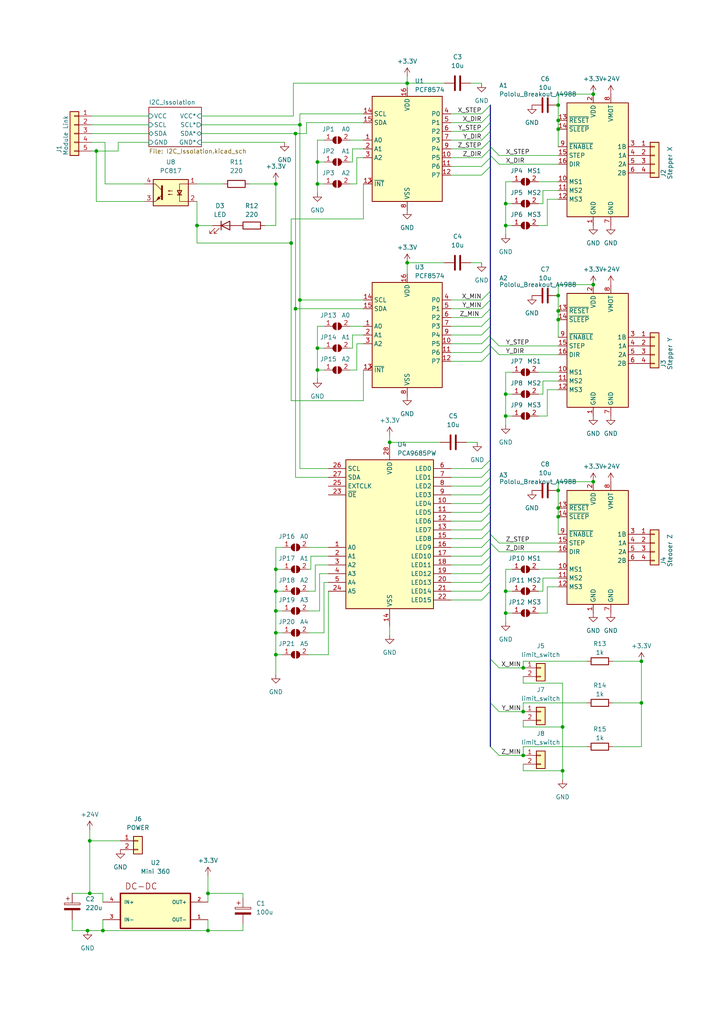
<source format=kicad_sch>
(kicad_sch (version 20230121) (generator eeschema)
  (paper "A4" portrait)
  (lib_symbols
    (symbol "Connector_Generic:Conn_01x02" (pin_names (offset 1.016) hide)
      (property "Reference" "J" (at 0 2.54 0))
      (property "Value" "Conn_01x02" (at 0 -5.08 0))
      (symbol "Conn_01x02_1_1"
        (rectangle (start -1.27 -2.413) (end 0 -2.667) (stroke (width 0.1524)))
        (rectangle (start -1.27 0.127) (end 0 -0.127) (stroke (width 0.1524)))
        (rectangle (start -1.27 1.27) (end 1.27 -3.81) (stroke (width 0.254)) (fill (type background)))
        (pin passive line (at -5.08 0 0) (length 3.81) (name "Pin_1") (number "1"))
        (pin passive line (at -5.08 -2.54 0) (length 3.81) (name "Pin_2") (number "2"))
      )
    )
    (symbol "Connector_Generic:Conn_01x04" (pin_names (offset 1.016) hide)
      (property "Reference" "J" (at 0 5.08 0))
      (property "Value" "Conn_01x04" (at 0 -7.62 0))
      (symbol "Conn_01x04_1_1"
        (rectangle (start -1.27 -4.953) (end 0 -5.207) (stroke (width 0.1524)))
        (rectangle (start -1.27 -2.413) (end 0 -2.667) (stroke (width 0.1524)))
        (rectangle (start -1.27 0.127) (end 0 -0.127) (stroke (width 0.1524)))
        (rectangle (start -1.27 2.667) (end 0 2.413) (stroke (width 0.1524)))
        (rectangle (start -1.27 3.81) (end 1.27 -6.35) (stroke (width 0.254)) (fill (type background)))
        (pin passive line (at -5.08 2.54 0) (length 3.81) (name "Pin_1") (number "1"))
        (pin passive line (at -5.08 0 0) (length 3.81) (name "Pin_2") (number "2"))
        (pin passive line (at -5.08 -2.54 0) (length 3.81) (name "Pin_3") (number "3"))
        (pin passive line (at -5.08 -5.08 0) (length 3.81) (name "Pin_4") (number "4"))
      )
    )
    (symbol "Connector_Generic:Conn_01x05" (pin_names (offset 1.016) hide)
      (property "Reference" "J" (at 0 7.62 0))
      (property "Value" "Conn_01x05" (at 0 -7.62 0))
      (symbol "Conn_01x05_1_1"
        (rectangle (start -1.27 -4.953) (end 0 -5.207) (stroke (width 0.1524)))
        (rectangle (start -1.27 -2.413) (end 0 -2.667) (stroke (width 0.1524)))
        (rectangle (start -1.27 0.127) (end 0 -0.127) (stroke (width 0.1524)))
        (rectangle (start -1.27 2.667) (end 0 2.413) (stroke (width 0.1524)))
        (rectangle (start -1.27 5.207) (end 0 4.953) (stroke (width 0.1524)))
        (rectangle (start -1.27 6.35) (end 1.27 -6.35) (stroke (width 0.254)) (fill (type background)))
        (pin passive line (at -5.08 5.08 0) (length 3.81) (name "Pin_1") (number "1"))
        (pin passive line (at -5.08 2.54 0) (length 3.81) (name "Pin_2") (number "2"))
        (pin passive line (at -5.08 0 0) (length 3.81) (name "Pin_3") (number "3"))
        (pin passive line (at -5.08 -2.54 0) (length 3.81) (name "Pin_4") (number "4"))
        (pin passive line (at -5.08 -5.08 0) (length 3.81) (name "Pin_5") (number "5"))
      )
    )
    (symbol "DC-DC_CONV:DC-DC_CONV" (pin_names (offset 1.016))
      (property "Reference" "U" (at 0 0 0))
      (property "Value" "DC-DC_CONV" (at 0 0 0))
      (symbol "DC-DC_CONV_0_0"
        (rectangle (start -10.16 -5.08) (end 10.16 5.08) (stroke (width 0.4064)) (fill (type background)))
        (text "DC-DC" (at -8.89 6.096 0) (effects (font (size 1.778 1.778)) (justify left bottom)))
        (pin bidirectional line (at 15.24 -2.54 180) (length 5.08) (name "OUT-") (number "1"))
        (pin bidirectional line (at 15.24 2.54 180) (length 5.08) (name "OUT+") (number "2"))
        (pin bidirectional line (at -15.24 -2.54 0) (length 5.08) (name "IN-") (number "3"))
        (pin bidirectional line (at -15.24 2.54 0) (length 5.08) (name "IN+") (number "4"))
      )
    )
    (symbol "Device:C" (pin_numbers hide) (pin_names (offset 0.254))
      (property "Reference" "C" (at 0.635 2.54 0))
      (property "Value" "C" (at 0.635 -2.54 0))
      (symbol "C_0_1"
        (polyline (pts (xy -2.032 -0.762) (xy 2.032 -0.762)) (stroke (width 0.508)))
        (polyline (pts (xy -2.032 0.762) (xy 2.032 0.762)) (stroke (width 0.508)))
      )
      (symbol "C_1_1"
        (pin passive line (at 0 3.81 270) (length 2.794) (name "~") (number "1"))
        (pin passive line (at 0 -3.81 90) (length 2.794) (name "~") (number "2"))
      )
    )
    (symbol "Device:C_Polarized" (pin_numbers hide) (pin_names (offset 0.254))
      (property "Reference" "C" (at 0.635 2.54 0))
      (property "Value" "C_Polarized" (at 0.635 -2.54 0))
      (symbol "C_Polarized_0_1"
        (rectangle (start -2.286 0.508) (end 2.286 1.016))
        (polyline (pts (xy -1.778 2.286) (xy -0.762 2.286)))
        (polyline (pts (xy -1.27 2.794) (xy -1.27 1.778)))
        (rectangle (start 2.286 -0.508) (end -2.286 -1.016) (fill (type outline)))
      )
      (symbol "C_Polarized_1_1"
        (pin passive line (at 0 3.81 270) (length 2.794) (name "~") (number "1"))
        (pin passive line (at 0 -3.81 90) (length 2.794) (name "~") (number "2"))
      )
    )
    (symbol "Device:LED" (pin_numbers hide) (pin_names (offset 1.016) hide)
      (property "Reference" "D" (at 0 2.54 0))
      (property "Value" "LED" (at 0 -2.54 0))
      (symbol "LED_0_1"
        (polyline (pts (xy -1.27 -1.27) (xy -1.27 1.27)) (stroke (width 0.254)))
        (polyline (pts (xy -1.27 0) (xy 1.27 0)))
        (polyline (pts (xy 1.27 -1.27) (xy 1.27 1.27) (xy -1.27 0) (xy 1.27 -1.27)) (stroke (width 0.254)))
        (polyline (pts (xy -3.048 -0.762) (xy -4.572 -2.286) (xy -3.81 -2.286) (xy -4.572 -2.286) (xy -4.572 -1.524)))
        (polyline (pts (xy -1.778 -0.762) (xy -3.302 -2.286) (xy -2.54 -2.286) (xy -3.302 -2.286) (xy -3.302 -1.524)))
      )
      (symbol "LED_1_1"
        (pin passive line (at -3.81 0 0) (length 2.54) (name "K") (number "1"))
        (pin passive line (at 3.81 0 180) (length 2.54) (name "A") (number "2"))
      )
    )
    (symbol "Device:R" (pin_numbers hide) (pin_names (offset 0))
      (property "Reference" "R" (at 2.032 0 90))
      (property "Value" "R" (at 0 0 90))
      (symbol "R_0_1"
        (rectangle (start -1.016 -2.54) (end 1.016 2.54) (stroke (width 0.254)))
      )
      (symbol "R_1_1"
        (pin passive line (at 0 3.81 270) (length 1.27) (name "~") (number "1"))
        (pin passive line (at 0 -3.81 90) (length 1.27) (name "~") (number "2"))
      )
    )
    (symbol "Driver_LED:PCA9685PW"
      (property "Reference" "U" (at -12.7 22.225 0))
      (property "Value" "PCA9685PW" (at 1.27 22.225 0))
      (symbol "PCA9685PW_0_1"
        (rectangle (start -12.7 20.32) (end 12.7 -22.86) (stroke (width 0.254)) (fill (type background)))
      )
      (symbol "PCA9685PW_1_1"
        (pin input line (at -17.78 -5.08 0) (length 5.08) (name "A0") (number "1"))
        (pin output line (at 17.78 7.62 180) (length 5.08) (name "LED4") (number "10"))
        (pin output line (at 17.78 5.08 180) (length 5.08) (name "LED5") (number "11"))
        (pin output line (at 17.78 2.54 180) (length 5.08) (name "LED6") (number "12"))
        (pin output line (at 17.78 0 180) (length 5.08) (name "LED7") (number "13"))
        (pin power_in line (at 0 -27.94 90) (length 5.08) (name "VSS") (number "14"))
        (pin output line (at 17.78 -2.54 180) (length 5.08) (name "LED8") (number "15"))
        (pin output line (at 17.78 -5.08 180) (length 5.08) (name "LED9") (number "16"))
        (pin output line (at 17.78 -7.62 180) (length 5.08) (name "LED10") (number "17"))
        (pin output line (at 17.78 -10.16 180) (length 5.08) (name "LED11") (number "18"))
        (pin output line (at 17.78 -12.7 180) (length 5.08) (name "LED12") (number "19"))
        (pin input line (at -17.78 -7.62 0) (length 5.08) (name "A1") (number "2"))
        (pin output line (at 17.78 -15.24 180) (length 5.08) (name "LED13") (number "20"))
        (pin output line (at 17.78 -17.78 180) (length 5.08) (name "LED14") (number "21"))
        (pin output line (at 17.78 -20.32 180) (length 5.08) (name "LED15") (number "22"))
        (pin input line (at -17.78 10.16 0) (length 5.08) (name "~{OE}") (number "23"))
        (pin input line (at -17.78 -17.78 0) (length 5.08) (name "A5") (number "24"))
        (pin input line (at -17.78 12.7 0) (length 5.08) (name "EXTCLK") (number "25"))
        (pin input line (at -17.78 17.78 0) (length 5.08) (name "SCL") (number "26"))
        (pin bidirectional line (at -17.78 15.24 0) (length 5.08) (name "SDA") (number "27"))
        (pin power_in line (at 0 25.4 270) (length 5.08) (name "VDD") (number "28"))
        (pin input line (at -17.78 -10.16 0) (length 5.08) (name "A2") (number "3"))
        (pin input line (at -17.78 -12.7 0) (length 5.08) (name "A3") (number "4"))
        (pin input line (at -17.78 -15.24 0) (length 5.08) (name "A4") (number "5"))
        (pin output line (at 17.78 17.78 180) (length 5.08) (name "LED0") (number "6"))
        (pin output line (at 17.78 15.24 180) (length 5.08) (name "LED1") (number "7"))
        (pin output line (at 17.78 12.7 180) (length 5.08) (name "LED2") (number "8"))
        (pin output line (at 17.78 10.16 180) (length 5.08) (name "LED3") (number "9"))
      )
    )
    (symbol "Driver_Motor:Pololu_Breakout_A4988"
      (property "Reference" "A" (at -2.54 19.05 0))
      (property "Value" "Pololu_Breakout_A4988" (at -2.54 16.51 0))
      (symbol "Pololu_Breakout_A4988_0_1"
        (rectangle (start 10.16 -17.78) (end -7.62 15.24) (stroke (width 0.254)) (fill (type background)))
      )
      (symbol "Pololu_Breakout_A4988_1_1"
        (pin power_in line (at 0 -20.32 90) (length 2.54) (name "GND") (number "1"))
        (pin input line (at -10.16 -7.62 0) (length 2.54) (name "MS1") (number "10"))
        (pin input line (at -10.16 -10.16 0) (length 2.54) (name "MS2") (number "11"))
        (pin input line (at -10.16 -12.7 0) (length 2.54) (name "MS3") (number "12"))
        (pin input line (at -10.16 10.16 0) (length 2.54) (name "~{RESET}") (number "13"))
        (pin input line (at -10.16 7.62 0) (length 2.54) (name "~{SLEEP}") (number "14"))
        (pin input line (at -10.16 0 0) (length 2.54) (name "STEP") (number "15"))
        (pin input line (at -10.16 -2.54 0) (length 2.54) (name "DIR") (number "16"))
        (pin power_in line (at 0 17.78 270) (length 2.54) (name "VDD") (number "2"))
        (pin output line (at 12.7 2.54 180) (length 2.54) (name "1B") (number "3"))
        (pin output line (at 12.7 0 180) (length 2.54) (name "1A") (number "4"))
        (pin output line (at 12.7 -2.54 180) (length 2.54) (name "2A") (number "5"))
        (pin output line (at 12.7 -5.08 180) (length 2.54) (name "2B") (number "6"))
        (pin power_in line (at 5.08 -20.32 90) (length 2.54) (name "GND") (number "7"))
        (pin power_in line (at 5.08 17.78 270) (length 2.54) (name "VMOT") (number "8"))
        (pin input line (at -10.16 2.54 0) (length 2.54) (name "~{ENABLE}") (number "9"))
      )
    )
    (symbol "Interface_Expansion:PCF8574"
      (property "Reference" "U" (at -8.89 16.51 0))
      (property "Value" "PCF8574" (at 2.54 16.51 0))
      (symbol "PCF8574_0_1"
        (rectangle (start -10.16 15.24) (end 10.16 -15.24) (stroke (width 0.254)) (fill (type background)))
      )
      (symbol "PCF8574_1_1"
        (pin input line (at -12.7 2.54 0) (length 2.54) (name "A0") (number "1"))
        (pin bidirectional line (at 12.7 -2.54 180) (length 2.54) (name "P5") (number "10"))
        (pin bidirectional line (at 12.7 -5.08 180) (length 2.54) (name "P6") (number "11"))
        (pin bidirectional line (at 12.7 -7.62 180) (length 2.54) (name "P7") (number "12"))
        (pin open_collector output_low (at -12.7 -10.16 0) (length 2.54) (name "~{INT}") (number "13"))
        (pin input line (at -12.7 10.16 0) (length 2.54) (name "SCL") (number "14"))
        (pin bidirectional line (at -12.7 7.62 0) (length 2.54) (name "SDA") (number "15"))
        (pin power_in line (at 0 17.78 270) (length 2.54) (name "VDD") (number "16"))
        (pin input line (at -12.7 0 0) (length 2.54) (name "A1") (number "2"))
        (pin input line (at -12.7 -2.54 0) (length 2.54) (name "A2") (number "3"))
        (pin bidirectional line (at 12.7 10.16 180) (length 2.54) (name "P0") (number "4"))
        (pin bidirectional line (at 12.7 7.62 180) (length 2.54) (name "P1") (number "5"))
        (pin bidirectional line (at 12.7 5.08 180) (length 2.54) (name "P2") (number "6"))
        (pin bidirectional line (at 12.7 2.54 180) (length 2.54) (name "P3") (number "7"))
        (pin power_in line (at 0 -17.78 90) (length 2.54) (name "VSS") (number "8"))
        (pin bidirectional line (at 12.7 0 180) (length 2.54) (name "P4") (number "9"))
      )
    )
    (symbol "Isolator:PC817" (pin_names (offset 1.016))
      (property "Reference" "U" (at -5.08 5.08 0))
      (property "Value" "PC817" (at 0 5.08 0))
      (symbol "PC817_0_1"
        (rectangle (start -5.08 3.81) (end 5.08 -3.81) (stroke (width 0.254)) (fill (type background)))
        (polyline (pts (xy -3.175 -0.635) (xy -1.905 -0.635)) (stroke (width 0.254)))
        (polyline (pts (xy 2.54 0.635) (xy 4.445 2.54)))
        (polyline (pts (xy 4.445 -2.54) (xy 2.54 -0.635)) (fill (type outline)))
        (polyline (pts (xy 4.445 -2.54) (xy 5.08 -2.54)))
        (polyline (pts (xy 4.445 2.54) (xy 5.08 2.54)))
        (polyline (pts (xy -5.08 2.54) (xy -2.54 2.54) (xy -2.54 -0.635)))
        (polyline (pts (xy -2.54 -0.635) (xy -2.54 -2.54) (xy -5.08 -2.54)))
        (polyline (pts (xy 2.54 1.905) (xy 2.54 -1.905) (xy 2.54 -1.905)) (stroke (width 0.508)))
        (polyline (pts (xy -2.54 -0.635) (xy -3.175 0.635) (xy -1.905 0.635) (xy -2.54 -0.635)) (stroke (width 0.254)))
        (polyline (pts (xy -0.508 -0.508) (xy 0.762 -0.508) (xy 0.381 -0.635) (xy 0.381 -0.381) (xy 0.762 -0.508)))
        (polyline (pts (xy -0.508 0.508) (xy 0.762 0.508) (xy 0.381 0.381) (xy 0.381 0.635) (xy 0.762 0.508)))
        (polyline (pts (xy 3.048 -1.651) (xy 3.556 -1.143) (xy 4.064 -2.159) (xy 3.048 -1.651) (xy 3.048 -1.651)) (fill (type outline)))
      )
      (symbol "PC817_1_1"
        (pin passive line (at -7.62 2.54 0) (length 2.54) (name "~") (number "1"))
        (pin passive line (at -7.62 -2.54 0) (length 2.54) (name "~") (number "2"))
        (pin passive line (at 7.62 -2.54 180) (length 2.54) (name "~") (number "3"))
        (pin passive line (at 7.62 2.54 180) (length 2.54) (name "~") (number "4"))
      )
    )
    (symbol "Jumper:SolderJumper_2_Open" (pin_names (offset 0) hide)
      (property "Reference" "JP" (at 0 2.032 0))
      (property "Value" "SolderJumper_2_Open" (at 0 -2.54 0))
      (symbol "SolderJumper_2_Open_0_1"
        (arc (start -0.254 1.016) (mid -1.2656 0) (end -0.254 -1.016))
        (arc (start -0.254 1.016) (mid -1.2656 0) (end -0.254 -1.016) (fill (type outline)))
        (polyline (pts (xy -0.254 1.016) (xy -0.254 -1.016)))
        (polyline (pts (xy 0.254 1.016) (xy 0.254 -1.016)))
        (arc (start 0.254 -1.016) (mid 1.2656 0) (end 0.254 1.016))
        (arc (start 0.254 -1.016) (mid 1.2656 0) (end 0.254 1.016) (fill (type outline)))
      )
      (symbol "SolderJumper_2_Open_1_1"
        (pin passive line (at -3.81 0 0) (length 2.54) (name "A") (number "1"))
        (pin passive line (at 3.81 0 180) (length 2.54) (name "B") (number "2"))
      )
    )
    (symbol "power:+24V" (power) (pin_names (offset 0))
      (property "Value" "+24V" (at 0 3.556 0))
      (symbol "+24V_0_1"
        (polyline (pts (xy -0.762 1.27) (xy 0 2.54)))
        (polyline (pts (xy 0 0) (xy 0 2.54)))
        (polyline (pts (xy 0 2.54) (xy 0.762 1.27)))
      )
      (symbol "+24V_1_1"
        (pin power_in line (at 0 0 90) (length 0) hide (name "+24V") (number "1"))
      )
    )
    (symbol "power:+3.3V" (power) (pin_names (offset 0))
      (property "Value" "+3.3V" (at 0 3.556 0))
      (symbol "+3.3V_0_1"
        (polyline (pts (xy -0.762 1.27) (xy 0 2.54)))
        (polyline (pts (xy 0 0) (xy 0 2.54)))
        (polyline (pts (xy 0 2.54) (xy 0.762 1.27)))
      )
      (symbol "+3.3V_1_1"
        (pin power_in line (at 0 0 90) (length 0) hide (name "+3.3V") (number "1"))
      )
    )
    (symbol "power:GND" (power) (pin_names (offset 0))
      (property "Value" "GND" (at 0 -3.81 0))
      (symbol "GND_0_1"
        (polyline (pts (xy 0 0) (xy 0 -1.27) (xy 1.27 -1.27) (xy 0 -2.54) (xy -1.27 -1.27) (xy 0 -1.27)))
      )
      (symbol "GND_1_1"
        (pin power_in line (at 0 0 270) (length 0) hide (name "GND") (number "1"))
      )
    )
  )
  (junction (at 86.995 36.195))
  (junction (at 146.685 177.8))
  (junction (at 113.03 128.27))
  (junction (at 26.035 243.84))
  (junction (at 92.075 107.315))
  (junction (at 80.01 165.1))
  (junction (at 86.995 86.995))
  (junction (at 161.925 147.32))
  (junction (at 146.685 120.65))
  (junction (at 27.94 43.815))
  (junction (at 161.925 30.48))
  (junction (at 92.075 46.99))
  (junction (at 80.01 183.515))
  (junction (at 92.075 53.34))
  (junction (at 26.035 259.08))
  (junction (at 80.01 53.34))
  (junction (at 85.725 89.535))
  (junction (at 60.325 269.875))
  (junction (at 84.455 70.485))
  (junction (at 146.685 59.055))
  (junction (at 161.925 34.925))
  (junction (at 118.11 76.2))
  (junction (at 161.925 90.17))
  (junction (at 80.01 177.165))
  (junction (at 146.685 171.45))
  (junction (at 161.925 142.24))
  (junction (at 80.01 171.45))
  (junction (at 163.195 210.82))
  (junction (at 151.765 193.675))
  (junction (at 172.085 27.305))
  (junction (at 172.085 139.7))
  (junction (at 80.01 189.865))
  (junction (at 161.925 92.71))
  (junction (at 172.085 82.55))
  (junction (at 146.685 114.3))
  (junction (at 146.685 65.405))
  (junction (at 186.055 191.77))
  (junction (at 163.195 223.52))
  (junction (at 92.075 100.965))
  (junction (at 161.925 37.465))
  (junction (at 25.4 269.875))
  (junction (at 85.725 38.735))
  (junction (at 57.15 65.405))
  (junction (at 151.765 219.075))
  (junction (at 60.325 259.08))
  (junction (at 161.925 149.86))
  (junction (at 161.925 85.725))
  (junction (at 186.055 203.835))
  (junction (at 118.11 24.13))
  (junction (at 151.765 206.375))
  (junction (at 29.845 269.875))
  (bus_entry (at 139.7 92.075) (size 2.54 -2.54))
  (bus_entry (at 144.78 206.375) (size -2.54 -2.54))
  (bus_entry (at 139.7 153.67) (size 2.54 -2.54))
  (bus_entry (at 144.78 193.675) (size -2.54 -2.54))
  (bus_entry (at 142.24 45.085) (size 2.54 2.54))
  (bus_entry (at 139.7 99.695) (size 2.54 -2.54))
  (bus_entry (at 139.7 94.615) (size 2.54 -2.54))
  (bus_entry (at 139.7 135.89) (size 2.54 -2.54))
  (bus_entry (at 139.7 161.29) (size 2.54 -2.54))
  (bus_entry (at 142.24 97.79) (size 2.54 2.54))
  (bus_entry (at 139.7 146.05) (size 2.54 -2.54))
  (bus_entry (at 139.7 40.64) (size 2.54 -2.54))
  (bus_entry (at 144.78 219.075) (size -2.54 -2.54))
  (bus_entry (at 139.7 50.8) (size 2.54 -2.54))
  (bus_entry (at 139.7 171.45) (size 2.54 -2.54))
  (bus_entry (at 139.7 97.155) (size 2.54 -2.54))
  (bus_entry (at 142.24 42.545) (size 2.54 2.54))
  (bus_entry (at 139.7 140.97) (size 2.54 -2.54))
  (bus_entry (at 139.7 43.18) (size 2.54 -2.54))
  (bus_entry (at 139.7 156.21) (size 2.54 -2.54))
  (bus_entry (at 139.7 151.13) (size 2.54 -2.54))
  (bus_entry (at 139.7 89.535) (size 2.54 -2.54))
  (bus_entry (at 142.24 157.48) (size 2.54 2.54))
  (bus_entry (at 139.7 33.02) (size 2.54 -2.54))
  (bus_entry (at 139.7 173.99) (size 2.54 -2.54))
  (bus_entry (at 142.24 154.94) (size 2.54 2.54))
  (bus_entry (at 139.7 86.995) (size 2.54 -2.54))
  (bus_entry (at 139.7 163.83) (size 2.54 -2.54))
  (bus_entry (at 139.7 158.75) (size 2.54 -2.54))
  (bus_entry (at 139.7 148.59) (size 2.54 -2.54))
  (bus_entry (at 139.7 102.235) (size 2.54 -2.54))
  (bus_entry (at 139.7 35.56) (size 2.54 -2.54))
  (bus_entry (at 139.7 168.91) (size 2.54 -2.54))
  (bus_entry (at 139.7 138.43) (size 2.54 -2.54))
  (bus_entry (at 142.24 100.33) (size 2.54 2.54))
  (bus_entry (at 139.7 38.1) (size 2.54 -2.54))
  (bus_entry (at 139.7 48.26) (size 2.54 -2.54))
  (bus_entry (at 139.7 45.72) (size 2.54 -2.54))
  (bus_entry (at 139.7 104.775) (size 2.54 -2.54))
  (bus_entry (at 139.7 143.51) (size 2.54 -2.54))
  (bus_entry (at 139.7 166.37) (size 2.54 -2.54))
  (wire (pts (xy 163.195 226.06) (xy 163.195 223.52)))
  (wire (pts (xy 80.01 183.515) (xy 80.01 177.165)))
  (wire (pts (xy 161.925 85.725) (xy 161.925 82.55)))
  (wire (pts (xy 161.925 149.86) (xy 161.925 147.32)))
  (wire (pts (xy 92.075 46.99) (xy 93.98 46.99)))
  (wire (pts (xy 105.41 97.155) (xy 102.235 97.155)))
  (wire (pts (xy 148.59 165.1) (xy 146.685 165.1)))
  (wire (pts (xy 102.235 97.155) (xy 102.235 100.965)))
  (wire (pts (xy 146.685 107.95) (xy 146.685 114.3)))
  (wire (pts (xy 92.075 94.615) (xy 92.075 100.965)))
  (wire (pts (xy 88.9 35.56) (xy 105.41 35.56)))
  (wire (pts (xy 170.18 191.77) (xy 151.765 191.77)))
  (wire (pts (xy 177.8 216.535) (xy 186.055 216.535)))
  (wire (pts (xy 93.98 53.34) (xy 92.075 53.34)))
  (wire (pts (xy 157.48 171.45) (xy 156.21 171.45)))
  (wire (pts (xy 103.505 53.34) (xy 103.505 45.72)))
  (wire (pts (xy 92.075 53.34) (xy 92.075 55.88)))
  (wire (pts (xy 58.42 41.275) (xy 82.55 41.275)))
  (wire (pts (xy 57.15 70.485) (xy 84.455 70.485)))
  (wire (pts (xy 60.325 254) (xy 60.325 259.08)))
  (bus (pts (xy 142.24 158.75) (xy 142.24 161.29)))
  (wire (pts (xy 95.25 135.89) (xy 86.995 135.89)))
  (wire (pts (xy 144.78 157.48) (xy 161.925 157.48)))
  (wire (pts (xy 146.685 165.1) (xy 146.685 171.45)))
  (wire (pts (xy 157.48 59.055) (xy 156.21 59.055)))
  (wire (pts (xy 101.6 94.615) (xy 105.41 94.615)))
  (wire (pts (xy 113.03 181.61) (xy 113.03 184.15)))
  (wire (pts (xy 80.01 177.165) (xy 81.915 177.165)))
  (wire (pts (xy 95.25 138.43) (xy 85.725 138.43)))
  (wire (pts (xy 26.035 243.84) (xy 34.925 243.84)))
  (wire (pts (xy 118.11 24.13) (xy 118.11 25.4)))
  (wire (pts (xy 156.21 107.95) (xy 161.925 107.95)))
  (wire (pts (xy 60.325 269.875) (xy 29.845 269.875)))
  (wire (pts (xy 146.685 177.8) (xy 146.685 171.45)))
  (wire (pts (xy 86.995 33.02) (xy 86.995 36.195)))
  (wire (pts (xy 163.195 223.52) (xy 151.765 223.52)))
  (bus (pts (xy 142.24 138.43) (xy 142.24 140.97)))
  (wire (pts (xy 89.535 171.45) (xy 91.44 171.45)))
  (wire (pts (xy 157.48 114.3) (xy 156.21 114.3)))
  (wire (pts (xy 92.075 100.965) (xy 93.98 100.965)))
  (bus (pts (xy 142.24 171.45) (xy 142.24 191.135)))
  (wire (pts (xy 177.8 203.835) (xy 186.055 203.835)))
  (wire (pts (xy 151.765 210.82) (xy 151.765 208.915)))
  (wire (pts (xy 92.71 166.37) (xy 95.25 166.37)))
  (wire (pts (xy 146.685 120.65) (xy 146.685 114.3)))
  (bus (pts (xy 142.24 43.18) (xy 142.24 45.085)))
  (wire (pts (xy 80.01 158.75) (xy 80.01 165.1)))
  (wire (pts (xy 91.44 163.83) (xy 95.25 163.83)))
  (wire (pts (xy 161.925 110.49) (xy 157.48 110.49)))
  (wire (pts (xy 105.41 43.18) (xy 102.235 43.18)))
  (wire (pts (xy 113.03 128.27) (xy 127.635 128.27)))
  (wire (pts (xy 186.055 203.835) (xy 186.055 191.77)))
  (bus (pts (xy 142.24 102.235) (xy 142.24 133.35)))
  (wire (pts (xy 151.765 193.675) (xy 144.78 193.675)))
  (wire (pts (xy 101.6 53.34) (xy 103.505 53.34)))
  (wire (pts (xy 163.195 198.12) (xy 163.195 210.82)))
  (wire (pts (xy 161.925 97.79) (xy 161.925 92.71)))
  (bus (pts (xy 142.24 168.91) (xy 142.24 171.45)))
  (wire (pts (xy 118.11 76.2) (xy 128.905 76.2)))
  (wire (pts (xy 161.925 82.55) (xy 172.085 82.55)))
  (wire (pts (xy 92.075 107.315) (xy 92.075 109.855)))
  (bus (pts (xy 142.24 45.085) (xy 142.24 45.72)))
  (wire (pts (xy 161.925 90.17) (xy 161.925 85.725)))
  (bus (pts (xy 142.24 97.79) (xy 142.24 99.695)))
  (bus (pts (xy 142.24 48.26) (xy 142.24 84.455)))
  (wire (pts (xy 130.81 102.235) (xy 139.7 102.235)))
  (wire (pts (xy 130.81 138.43) (xy 139.7 138.43)))
  (wire (pts (xy 136.525 76.2) (xy 139.7 76.2)))
  (wire (pts (xy 105.41 89.535) (xy 85.725 89.535)))
  (wire (pts (xy 26.67 38.735) (xy 43.18 38.735)))
  (wire (pts (xy 158.75 170.18) (xy 161.925 170.18)))
  (wire (pts (xy 92.71 177.165) (xy 92.71 166.37)))
  (wire (pts (xy 34.29 43.815) (xy 34.29 41.275)))
  (wire (pts (xy 130.81 140.97) (xy 139.7 140.97)))
  (wire (pts (xy 151.765 203.835) (xy 151.765 206.375)))
  (bus (pts (xy 142.24 191.135) (xy 142.24 203.835)))
  (wire (pts (xy 157.48 55.245) (xy 157.48 59.055)))
  (wire (pts (xy 85.725 38.735) (xy 85.725 89.535)))
  (wire (pts (xy 27.94 43.815) (xy 34.29 43.815)))
  (wire (pts (xy 89.535 189.865) (xy 95.25 189.865)))
  (wire (pts (xy 130.81 86.995) (xy 139.7 86.995)))
  (wire (pts (xy 130.81 158.75) (xy 139.7 158.75)))
  (wire (pts (xy 58.42 36.195) (xy 86.995 36.195)))
  (wire (pts (xy 130.81 50.8) (xy 139.7 50.8)))
  (wire (pts (xy 148.59 177.8) (xy 146.685 177.8)))
  (wire (pts (xy 156.21 120.65) (xy 158.75 120.65)))
  (wire (pts (xy 177.8 191.77) (xy 186.055 191.77)))
  (wire (pts (xy 156.21 177.8) (xy 158.75 177.8)))
  (wire (pts (xy 163.195 210.82) (xy 163.195 223.52)))
  (bus (pts (xy 142.24 100.33) (xy 142.24 102.235)))
  (wire (pts (xy 151.765 206.375) (xy 144.78 206.375)))
  (wire (pts (xy 34.29 41.275) (xy 43.18 41.275)))
  (wire (pts (xy 60.325 259.08) (xy 60.325 261.62)))
  (wire (pts (xy 105.41 116.205) (xy 84.455 116.205)))
  (wire (pts (xy 61.595 65.405) (xy 57.15 65.405)))
  (wire (pts (xy 161.925 34.925) (xy 161.925 30.48)))
  (wire (pts (xy 92.075 40.64) (xy 92.075 46.99)))
  (wire (pts (xy 80.01 189.865) (xy 80.01 183.515)))
  (wire (pts (xy 29.845 259.08) (xy 26.035 259.08)))
  (bus (pts (xy 142.24 133.35) (xy 142.24 135.89)))
  (bus (pts (xy 142.24 161.29) (xy 142.24 163.83)))
  (wire (pts (xy 144.78 45.085) (xy 161.925 45.085)))
  (wire (pts (xy 151.765 191.77) (xy 151.765 193.675)))
  (wire (pts (xy 130.81 104.775) (xy 139.7 104.775)))
  (wire (pts (xy 161.925 37.465) (xy 161.925 34.925)))
  (bus (pts (xy 142.24 153.67) (xy 142.24 154.94)))
  (wire (pts (xy 130.81 171.45) (xy 139.7 171.45)))
  (wire (pts (xy 130.81 48.26) (xy 139.7 48.26)))
  (bus (pts (xy 142.24 140.97) (xy 142.24 143.51)))
  (wire (pts (xy 158.75 57.785) (xy 161.925 57.785)))
  (wire (pts (xy 103.505 107.315) (xy 103.505 99.695)))
  (wire (pts (xy 102.235 43.18) (xy 102.235 46.99)))
  (wire (pts (xy 148.59 107.95) (xy 146.685 107.95)))
  (wire (pts (xy 151.765 219.075) (xy 144.78 219.075)))
  (wire (pts (xy 86.995 36.195) (xy 86.995 86.995)))
  (wire (pts (xy 93.98 94.615) (xy 92.075 94.615)))
  (wire (pts (xy 92.075 107.315) (xy 92.075 100.965)))
  (wire (pts (xy 57.15 65.405) (xy 57.15 58.42)))
  (wire (pts (xy 93.98 107.315) (xy 92.075 107.315)))
  (wire (pts (xy 156.21 165.1) (xy 161.925 165.1)))
  (wire (pts (xy 130.81 168.91) (xy 139.7 168.91)))
  (wire (pts (xy 26.67 43.815) (xy 27.94 43.815)))
  (wire (pts (xy 186.055 216.535) (xy 186.055 203.835)))
  (wire (pts (xy 130.81 40.64) (xy 139.7 40.64)))
  (bus (pts (xy 142.24 42.545) (xy 142.24 43.18)))
  (wire (pts (xy 146.685 65.405) (xy 146.685 59.055)))
  (wire (pts (xy 130.81 43.18) (xy 139.7 43.18)))
  (wire (pts (xy 146.685 120.65) (xy 146.685 123.19)))
  (wire (pts (xy 170.18 216.535) (xy 151.765 216.535)))
  (wire (pts (xy 158.75 120.65) (xy 158.75 113.03)))
  (wire (pts (xy 151.765 198.12) (xy 163.195 198.12)))
  (wire (pts (xy 130.81 45.72) (xy 139.7 45.72)))
  (wire (pts (xy 148.59 52.705) (xy 146.685 52.705)))
  (wire (pts (xy 93.98 168.91) (xy 93.98 183.515)))
  (wire (pts (xy 41.91 53.34) (xy 30.48 53.34)))
  (wire (pts (xy 85.725 38.735) (xy 88.9 38.735)))
  (wire (pts (xy 130.81 33.02) (xy 139.7 33.02)))
  (bus (pts (xy 142.24 97.155) (xy 142.24 97.79)))
  (wire (pts (xy 89.535 177.165) (xy 92.71 177.165)))
  (wire (pts (xy 161.925 167.64) (xy 157.48 167.64)))
  (wire (pts (xy 130.81 163.83) (xy 139.7 163.83)))
  (bus (pts (xy 142.24 86.995) (xy 142.24 89.535)))
  (wire (pts (xy 27.94 58.42) (xy 27.94 43.815)))
  (bus (pts (xy 142.24 148.59) (xy 142.24 151.13)))
  (wire (pts (xy 90.17 165.1) (xy 89.535 165.1)))
  (wire (pts (xy 60.325 266.7) (xy 60.325 269.875)))
  (wire (pts (xy 118.11 22.225) (xy 118.11 24.13)))
  (bus (pts (xy 142.24 163.83) (xy 142.24 166.37)))
  (wire (pts (xy 161.925 27.305) (xy 172.085 27.305)))
  (wire (pts (xy 144.78 100.33) (xy 161.925 100.33)))
  (wire (pts (xy 86.995 33.02) (xy 105.41 33.02)))
  (wire (pts (xy 161.925 139.7) (xy 172.085 139.7)))
  (wire (pts (xy 101.6 40.64) (xy 105.41 40.64)))
  (wire (pts (xy 27.94 43.18) (xy 27.94 43.815)))
  (wire (pts (xy 151.765 198.12) (xy 151.765 196.215)))
  (wire (pts (xy 95.25 161.29) (xy 90.17 161.29)))
  (wire (pts (xy 80.01 53.34) (xy 80.01 65.405)))
  (wire (pts (xy 93.98 40.64) (xy 92.075 40.64)))
  (wire (pts (xy 80.01 183.515) (xy 81.915 183.515)))
  (wire (pts (xy 80.01 189.865) (xy 80.01 195.58)))
  (wire (pts (xy 26.035 243.84) (xy 26.035 240.665)))
  (wire (pts (xy 105.41 86.995) (xy 86.995 86.995)))
  (wire (pts (xy 84.455 63.5) (xy 105.41 63.5)))
  (wire (pts (xy 90.17 161.29) (xy 90.17 165.1)))
  (wire (pts (xy 102.235 46.99) (xy 101.6 46.99)))
  (bus (pts (xy 142.24 157.48) (xy 142.24 158.75)))
  (wire (pts (xy 156.21 52.705) (xy 161.925 52.705)))
  (wire (pts (xy 88.9 38.735) (xy 88.9 35.56)))
  (bus (pts (xy 142.24 166.37) (xy 142.24 168.91)))
  (wire (pts (xy 146.685 65.405) (xy 146.685 67.945)))
  (wire (pts (xy 30.48 41.275) (xy 26.67 41.275)))
  (wire (pts (xy 130.81 89.535) (xy 139.7 89.535)))
  (bus (pts (xy 142.24 40.64) (xy 142.24 42.545)))
  (wire (pts (xy 91.44 171.45) (xy 91.44 163.83)))
  (bus (pts (xy 142.24 151.13) (xy 142.24 153.67)))
  (wire (pts (xy 148.59 120.65) (xy 146.685 120.65)))
  (wire (pts (xy 157.48 110.49) (xy 157.48 114.3)))
  (wire (pts (xy 29.845 259.08) (xy 29.845 261.62)))
  (wire (pts (xy 26.035 259.08) (xy 26.035 243.84)))
  (wire (pts (xy 81.915 171.45) (xy 80.01 171.45)))
  (wire (pts (xy 84.455 70.485) (xy 84.455 116.205)))
  (wire (pts (xy 161.925 30.48) (xy 161.925 27.305)))
  (wire (pts (xy 102.235 100.965) (xy 101.6 100.965)))
  (wire (pts (xy 70.485 267.97) (xy 70.485 269.875)))
  (wire (pts (xy 130.81 99.695) (xy 139.7 99.695)))
  (wire (pts (xy 72.39 53.34) (xy 80.01 53.34)))
  (wire (pts (xy 130.81 173.99) (xy 139.7 173.99)))
  (wire (pts (xy 144.78 102.87) (xy 161.925 102.87)))
  (wire (pts (xy 60.325 269.875) (xy 70.485 269.875)))
  (wire (pts (xy 130.81 135.89) (xy 139.7 135.89)))
  (wire (pts (xy 103.505 99.695) (xy 105.41 99.695)))
  (wire (pts (xy 113.03 126.365) (xy 113.03 128.27)))
  (wire (pts (xy 81.915 158.75) (xy 80.01 158.75)))
  (wire (pts (xy 80.01 65.405) (xy 76.835 65.405)))
  (wire (pts (xy 151.765 203.835) (xy 170.18 203.835)))
  (wire (pts (xy 30.48 53.34) (xy 30.48 41.275)))
  (wire (pts (xy 58.42 38.735) (xy 85.725 38.735)))
  (wire (pts (xy 26.67 36.195) (xy 43.18 36.195)))
  (wire (pts (xy 146.685 177.8) (xy 146.685 180.34)))
  (wire (pts (xy 84.455 70.485) (xy 84.455 63.5)))
  (wire (pts (xy 105.41 63.5) (xy 105.41 53.34)))
  (wire (pts (xy 130.81 97.155) (xy 139.7 97.155)))
  (bus (pts (xy 142.24 146.05) (xy 142.24 148.59)))
  (wire (pts (xy 151.765 216.535) (xy 151.765 219.075)))
  (wire (pts (xy 161.925 147.32) (xy 161.925 142.24)))
  (wire (pts (xy 157.48 167.64) (xy 157.48 171.45)))
  (wire (pts (xy 130.81 153.67) (xy 139.7 153.67)))
  (wire (pts (xy 161.925 142.24) (xy 161.925 139.7)))
  (bus (pts (xy 142.24 135.89) (xy 142.24 138.43)))
  (wire (pts (xy 130.81 38.1) (xy 139.7 38.1)))
  (wire (pts (xy 130.81 35.56) (xy 139.7 35.56)))
  (wire (pts (xy 26.67 33.655) (xy 43.18 33.655)))
  (wire (pts (xy 130.81 143.51) (xy 139.7 143.51)))
  (wire (pts (xy 146.685 114.3) (xy 148.59 114.3)))
  (wire (pts (xy 80.01 165.1) (xy 81.915 165.1)))
  (wire (pts (xy 146.685 59.055) (xy 148.59 59.055)))
  (bus (pts (xy 142.24 89.535) (xy 142.24 92.075)))
  (wire (pts (xy 144.78 47.625) (xy 161.925 47.625)))
  (wire (pts (xy 60.325 259.08) (xy 70.485 259.08)))
  (wire (pts (xy 93.98 183.515) (xy 89.535 183.515)))
  (wire (pts (xy 135.255 128.27) (xy 138.43 128.27)))
  (wire (pts (xy 118.11 76.2) (xy 118.11 79.375)))
  (wire (pts (xy 92.075 53.34) (xy 92.075 46.99)))
  (wire (pts (xy 41.91 58.42) (xy 27.94 58.42)))
  (bus (pts (xy 142.24 38.1) (xy 142.24 40.64)))
  (bus (pts (xy 142.24 45.72) (xy 142.24 48.26)))
  (wire (pts (xy 85.09 33.655) (xy 58.42 33.655)))
  (wire (pts (xy 105.41 107.315) (xy 105.41 116.205)))
  (bus (pts (xy 142.24 30.48) (xy 142.24 33.02)))
  (wire (pts (xy 118.11 24.13) (xy 85.09 24.13)))
  (wire (pts (xy 95.25 189.865) (xy 95.25 171.45)))
  (wire (pts (xy 158.75 65.405) (xy 158.75 57.785)))
  (wire (pts (xy 70.485 260.35) (xy 70.485 259.08)))
  (bus (pts (xy 142.24 156.21) (xy 142.24 157.48)))
  (wire (pts (xy 101.6 107.315) (xy 103.505 107.315)))
  (wire (pts (xy 146.685 52.705) (xy 146.685 59.055)))
  (wire (pts (xy 130.81 161.29) (xy 139.7 161.29)))
  (wire (pts (xy 136.525 24.13) (xy 139.7 24.13)))
  (bus (pts (xy 142.24 99.695) (xy 142.24 100.33)))
  (wire (pts (xy 130.81 151.13) (xy 139.7 151.13)))
  (wire (pts (xy 158.75 113.03) (xy 161.925 113.03)))
  (wire (pts (xy 20.955 259.08) (xy 26.035 259.08)))
  (bus (pts (xy 142.24 84.455) (xy 142.24 86.995)))
  (wire (pts (xy 80.01 171.45) (xy 80.01 177.165)))
  (wire (pts (xy 20.955 269.875) (xy 20.955 266.7)))
  (wire (pts (xy 103.505 45.72) (xy 105.41 45.72)))
  (bus (pts (xy 142.24 154.94) (xy 142.24 156.21)))
  (bus (pts (xy 142.24 33.02) (xy 142.24 35.56)))
  (wire (pts (xy 130.81 148.59) (xy 139.7 148.59)))
  (wire (pts (xy 130.81 92.075) (xy 139.7 92.075)))
  (wire (pts (xy 161.925 92.71) (xy 161.925 90.17)))
  (wire (pts (xy 130.81 166.37) (xy 139.7 166.37)))
  (wire (pts (xy 85.725 89.535) (xy 85.725 138.43)))
  (wire (pts (xy 85.09 24.13) (xy 85.09 33.655)))
  (bus (pts (xy 142.24 94.615) (xy 142.24 97.155)))
  (wire (pts (xy 80.01 53.34) (xy 80.01 52.705)))
  (wire (pts (xy 118.11 24.13) (xy 128.905 24.13)))
  (wire (pts (xy 148.59 65.405) (xy 146.685 65.405)))
  (bus (pts (xy 142.24 203.835) (xy 142.24 216.535)))
  (wire (pts (xy 81.915 189.865) (xy 80.01 189.865)))
  (bus (pts (xy 142.24 92.075) (xy 142.24 94.615)))
  (wire (pts (xy 161.925 55.245) (xy 157.48 55.245)))
  (wire (pts (xy 95.25 168.91) (xy 93.98 168.91)))
  (wire (pts (xy 130.81 156.21) (xy 139.7 156.21)))
  (wire (pts (xy 151.765 223.52) (xy 151.765 221.615)))
  (wire (pts (xy 161.925 42.545) (xy 161.925 37.465)))
  (wire (pts (xy 146.685 171.45) (xy 148.59 171.45)))
  (wire (pts (xy 130.81 94.615) (xy 139.7 94.615)))
  (wire (pts (xy 156.21 65.405) (xy 158.75 65.405)))
  (wire (pts (xy 57.15 70.485) (xy 57.15 65.405)))
  (wire (pts (xy 86.995 86.995) (xy 86.995 135.89)))
  (wire (pts (xy 25.4 269.875) (xy 20.955 269.875)))
  (wire (pts (xy 80.01 171.45) (xy 80.01 165.1)))
  (wire (pts (xy 161.925 154.94) (xy 161.925 149.86)))
  (wire (pts (xy 89.535 158.75) (xy 95.25 158.75)))
  (bus (pts (xy 142.24 143.51) (xy 142.24 146.05)))
  (bus (pts (xy 142.24 35.56) (xy 142.24 38.1)))
  (wire (pts (xy 29.845 269.875) (xy 29.845 266.7)))
  (wire (pts (xy 144.78 160.02) (xy 161.925 160.02)))
  (wire (pts (xy 158.75 177.8) (xy 158.75 170.18)))
  (wire (pts (xy 25.4 269.875) (xy 29.845 269.875)))
  (wire (pts (xy 64.77 53.34) (xy 57.15 53.34)))
  (wire (pts (xy 151.765 210.82) (xy 163.195 210.82)))
  (wire (pts (xy 130.81 146.05) (xy 139.7 146.05)))
  (label "Y_MIN" (at 139.7 89.535 180))
  (label "X_MIN" (at 151.13 193.675 180))
  (label "Z_STEP" (at 146.685 157.48 0))
  (label "Z_DIR" (at 139.7 45.72 180))
  (label "Y_MIN" (at 151.13 206.375 180))
  (label "X_STEP" (at 146.685 45.085 0))
  (label "Z_MIN" (at 139.065 92.075 180))
  (label "Y_DIR" (at 139.7 40.64 180))
  (label "X_STEP" (at 139.7 33.02 180))
  (label "Y_DIR" (at 146.685 102.87 0))
  (label "X_MIN" (at 139.7 86.995 180))
  (label "Z_STEP" (at 139.7 43.18 180))
  (label "Y_STEP" (at 139.7 38.1 180))
  (label "X_DIR" (at 139.7 35.56 180))
  (label "Z_DIR" (at 146.685 160.02 0))
  (label "Z_MIN" (at 151.13 219.075 180))
  (label "X_DIR" (at 146.685 47.625 0))
  (label "Y_STEP" (at 146.685 100.33 0))
  (symbol (lib_id "Device:R") (at 68.58 53.34 90) (unit 1)
    (property "Reference" "R11" (at 68.58 46.99 90))
    (property "Value" "220" (at 68.58 49.53 90))
  )
  (symbol (lib_id "power:GND") (at 177.165 177.8 0) (unit 1)
    (property "Reference" "#PWR018" (effects hide))
    (property "Value" "GND" (at 177.165 182.88 0))
  )
  (symbol (lib_id "Device:R") (at 73.025 65.405 90) (unit 1)
    (property "Reference" "R12" (at 73.025 59.69 90))
    (property "Value" "220" (at 73.025 62.23 90))
  )
  (symbol (lib_id "Driver_LED:PCA9685PW") (at 113.03 153.67 0) (unit 1)
    (property "Reference" "U4" (at 115.2241 128.905 0) (effects (justify left)))
    (property "Value" "PCA9685PW" (at 115.2241 131.445 0) (effects (justify left)))
    (property "Footprint" "Package_SO:TSSOP-28_4.4x9.7mm_P0.65mm" (effects hide))
    (property "Datasheet" "http://www.nxp.com/docs/en/data-sheet/PCA9685.pdf" (effects hide))
  )
  (symbol (lib_id "power:+24V") (at 177.165 139.7 0) (unit 1)
    (property "Reference" "#PWR014" (effects hide))
    (property "Value" "+24V" (at 177.165 135.255 0))
  )
  (symbol (lib_id "power:GND") (at 80.01 195.58 0) (unit 1)
    (property "Reference" "#PWR030" (effects hide))
    (property "Value" "GND" (at 80.01 200.66 0))
  )
  (symbol (lib_id "Connector_Generic:Conn_01x04") (at 189.865 157.48 0) (unit 1)
    (property "Reference" "J4" (at 192.405 163.83 90) (effects (justify left)))
    (property "Value" "Steooer Z" (at 194.31 164.465 90) (effects (justify left)))
  )
  (symbol (lib_id "power:+24V") (at 177.165 27.305 0) (unit 1)
    (property "Reference" "#PWR012" (effects hide))
    (property "Value" "+24V" (at 177.165 22.86 0))
  )
  (symbol (lib_id "Jumper:SolderJumper_2_Open") (at 85.725 183.515 0) (unit 1)
    (property "Reference" "JP20" (at 83.185 180.34 0))
    (property "Value" "A4" (at 88.265 180.34 0))
  )
  (symbol (lib_id "power:GND") (at 146.685 67.945 0) (unit 1)
    (property "Reference" "#PWR021" (effects hide))
    (property "Value" "GND" (at 146.685 73.025 0))
  )
  (symbol (lib_id "power:+3.3V") (at 118.11 76.2 0) (unit 1)
    (property "Reference" "#PWR026" (effects hide))
    (property "Value" "+3.3V" (at 118.11 71.755 0))
  )
  (symbol (lib_id "power:+3.3V") (at 80.01 52.705 0) (unit 1)
    (property "Reference" "#PWR038" (effects hide))
    (property "Value" "+3.3V" (at 80.01 48.26 0))
  )
  (symbol (lib_id "power:GND") (at 154.305 30.48 0) (mirror y) (unit 1)
    (property "Reference" "#PWR044" (effects hide))
    (property "Value" "GND" (at 154.305 35.56 0))
  )
  (symbol (lib_id "Jumper:SolderJumper_2_Open") (at 152.4 171.45 0) (unit 1)
    (property "Reference" "JP11" (at 149.86 168.275 0))
    (property "Value" "MS2" (at 154.94 168.275 0))
  )
  (symbol (lib_id "power:+3.3V") (at 118.11 22.225 0) (unit 1)
    (property "Reference" "#PWR06" (effects hide))
    (property "Value" "+3.3V" (at 118.11 17.78 0))
  )
  (symbol (lib_id "power:GND") (at 92.075 55.88 0) (unit 1)
    (property "Reference" "#PWR07" (effects hide))
    (property "Value" "GND" (at 92.075 60.96 0))
  )
  (symbol (lib_id "Jumper:SolderJumper_2_Open") (at 152.4 177.8 0) (unit 1)
    (property "Reference" "JP12" (at 149.86 174.625 0))
    (property "Value" "MS3" (at 154.94 174.625 0))
  )
  (symbol (lib_id "power:GND") (at 92.075 109.855 0) (unit 1)
    (property "Reference" "#PWR025" (effects hide))
    (property "Value" "GND" (at 92.075 114.935 0))
  )
  (symbol (lib_id "Device:C_Polarized") (at 20.955 262.89 0) (unit 1)
    (property "Reference" "C2" (at 24.765 260.731 0) (effects (justify left)))
    (property "Value" "220u" (at 24.765 263.271 0) (effects (justify left)))
  )
  (symbol (lib_id "Connector_Generic:Conn_01x05") (at 21.59 38.735 0) (mirror y) (unit 1)
    (property "Reference" "J1" (at 17.145 44.45 90) (effects (justify left)))
    (property "Value" "Module Link" (at 19.05 45.085 90) (effects (justify left)))
  )
  (symbol (lib_id "Jumper:SolderJumper_2_Open") (at 85.725 189.865 0) (unit 1)
    (property "Reference" "JP21" (at 83.185 186.69 0))
    (property "Value" "A5" (at 88.265 186.69 0))
  )
  (symbol (lib_id "Device:R") (at 173.99 216.535 90) (unit 1)
    (property "Reference" "R15" (at 173.99 211.455 90))
    (property "Value" "1k" (at 173.99 213.995 90))
  )
  (symbol (lib_id "Driver_Motor:Pololu_Breakout_A4988") (at 172.085 45.085 0) (unit 1)
    (property "Reference" "A1" (at 144.78 24.765 0) (effects (justify left)))
    (property "Value" "Pololu_Breakout_A4988" (at 144.78 27.305 0) (effects (justify left)))
    (property "Footprint" "Module:Pololu_Breakout-16_15.2x20.3mm" (effects hide))
    (property "Datasheet" "https://www.pololu.com/product/2980/pictures" (effects hide))
  )
  (symbol (lib_id "Jumper:SolderJumper_2_Open") (at 152.4 114.3 0) (unit 1)
    (property "Reference" "JP8" (at 149.86 111.125 0))
    (property "Value" "MS2" (at 154.94 111.125 0))
  )
  (symbol (lib_id "Jumper:SolderJumper_2_Open") (at 152.4 65.405 0) (unit 1)
    (property "Reference" "JP6" (at 149.86 62.23 0))
    (property "Value" "MS3" (at 154.94 62.23 0))
  )
  (symbol (lib_id "Jumper:SolderJumper_2_Open") (at 97.79 107.315 0) (unit 1)
    (property "Reference" "JP15" (at 95.25 104.14 0))
    (property "Value" "A2" (at 100.33 104.14 0))
  )
  (symbol (lib_id "Device:LED") (at 65.405 65.405 0) (unit 1)
    (property "Reference" "D3" (at 63.8175 59.69 0))
    (property "Value" "LED" (at 63.8175 62.23 0))
  )
  (symbol (lib_id "power:GND") (at 154.305 142.24 0) (mirror y) (unit 1)
    (property "Reference" "#PWR046" (effects hide))
    (property "Value" "GND" (at 154.305 147.32 0))
  )
  (symbol (lib_id "power:GND") (at 113.03 184.15 0) (unit 1)
    (property "Reference" "#PWR029" (effects hide))
    (property "Value" "GND" (at 113.03 189.23 0))
  )
  (symbol (lib_id "Jumper:SolderJumper_2_Open") (at 85.725 165.1 0) (unit 1)
    (property "Reference" "JP17" (at 83.185 161.925 0))
    (property "Value" "A1" (at 88.265 161.925 0))
  )
  (symbol (lib_id "Device:C") (at 158.115 30.48 270) (mirror x) (unit 1)
    (property "Reference" "C6" (at 158.115 22.86 90))
    (property "Value" "10u" (at 158.115 25.4 90))
  )
  (symbol (lib_id "DC-DC_CONV:DC-DC_CONV") (at 45.085 264.16 0) (unit 1)
    (property "Reference" "U2" (at 45.085 250.19 0))
    (property "Value" "Mini 360" (at 45.085 252.73 0))
    (property "Footprint" "DC-DC_CONV:DC-DC_CONV" (effects hide))
  )
  (symbol (lib_id "power:GND") (at 118.11 114.935 0) (unit 1)
    (property "Reference" "#PWR027" (effects hide))
    (property "Value" "GND" (at 118.11 120.015 0))
  )
  (symbol (lib_id "power:+3.3V") (at 172.085 27.305 0) (unit 1)
    (property "Reference" "#PWR09" (effects hide))
    (property "Value" "+3.3V" (at 172.085 22.86 0))
  )
  (symbol (lib_id "power:GND") (at 25.4 269.875 0) (unit 1)
    (property "Reference" "#PWR02" (effects hide))
    (property "Value" "GND" (at 25.4 274.955 0))
  )
  (symbol (lib_id "Jumper:SolderJumper_2_Open") (at 85.725 171.45 0) (unit 1)
    (property "Reference" "JP18" (at 83.185 168.275 0))
    (property "Value" "A2" (at 88.265 168.275 0))
  )
  (symbol (lib_id "power:+3.3V") (at 60.325 254 0) (unit 1)
    (property "Reference" "#PWR03" (effects hide))
    (property "Value" "+3.3V" (at 60.325 249.555 0))
  )
  (symbol (lib_id "power:GND") (at 34.925 246.38 0) (unit 1)
    (property "Reference" "#PWR040" (effects hide))
    (property "Value" "GND" (at 34.925 251.46 0))
  )
  (symbol (lib_id "power:GND") (at 172.085 120.65 0) (unit 1)
    (property "Reference" "#PWR016" (effects hide))
    (property "Value" "GND" (at 172.085 125.73 0))
  )
  (symbol (lib_id "Connector_Generic:Conn_01x02") (at 40.005 243.84 0) (unit 1)
    (property "Reference" "J6" (at 40.005 237.49 0))
    (property "Value" "POWER" (at 40.005 240.03 0))
  )
  (symbol (lib_id "power:GND") (at 177.165 65.405 0) (unit 1)
    (property "Reference" "#PWR020" (effects hide))
    (property "Value" "GND" (at 177.165 70.485 0))
  )
  (symbol (lib_id "Interface_Expansion:PCF8574") (at 118.11 43.18 0) (unit 1)
    (property "Reference" "U1" (at 120.3041 23.495 0) (effects (justify left)))
    (property "Value" "PCF8574" (at 120.3041 26.035 0) (effects (justify left)))
    (property "Datasheet" "http://www.nxp.com/docs/en/data-sheet/PCF8574_PCF8574A.pdf" (effects hide))
  )
  (symbol (lib_id "Connector_Generic:Conn_01x02") (at 156.845 193.675 0) (unit 1)
    (property "Reference" "J5" (at 156.845 187.325 0))
    (property "Value" "limit_switch" (at 156.845 189.865 0))
  )
  (symbol (lib_id "Jumper:SolderJumper_2_Open") (at 152.4 52.705 0) (unit 1)
    (property "Reference" "JP4" (at 149.86 49.53 0))
    (property "Value" "MS1" (at 154.94 49.53 0))
  )
  (symbol (lib_id "power:GND") (at 146.685 180.34 0) (unit 1)
    (property "Reference" "#PWR023" (effects hide))
    (property "Value" "GND" (at 146.685 185.42 0))
  )
  (symbol (lib_id "power:GND") (at 139.7 24.13 0) (unit 1)
    (property "Reference" "#PWR041" (effects hide))
    (property "Value" "GND" (at 139.7 29.21 0))
  )
  (symbol (lib_id "power:GND") (at 154.305 85.725 0) (mirror y) (unit 1)
    (property "Reference" "#PWR045" (effects hide))
    (property "Value" "GND" (at 154.305 90.805 0))
  )
  (symbol (lib_id "Jumper:SolderJumper_2_Open") (at 152.4 165.1 0) (unit 1)
    (property "Reference" "JP10" (at 149.86 161.925 0))
    (property "Value" "MS1" (at 154.94 161.925 0))
  )
  (symbol (lib_id "Device:C") (at 132.715 24.13 90) (unit 1)
    (property "Reference" "C3" (at 132.715 16.51 90))
    (property "Value" "10u" (at 132.715 19.05 90))
  )
  (symbol (lib_id "Connector_Generic:Conn_01x02") (at 156.845 219.075 0) (unit 1)
    (property "Reference" "J8" (at 156.845 212.725 0))
    (property "Value" "limit_switch" (at 156.845 215.265 0))
  )
  (symbol (lib_id "power:GND") (at 172.085 65.405 0) (unit 1)
    (property "Reference" "#PWR015" (effects hide))
    (property "Value" "GND" (at 172.085 70.485 0))
  )
  (symbol (lib_id "Device:C_Polarized") (at 70.485 264.16 0) (unit 1)
    (property "Reference" "C1" (at 74.295 262.001 0) (effects (justify left)))
    (property "Value" "100u" (at 74.295 264.541 0) (effects (justify left)))
  )
  (symbol (lib_id "Device:C") (at 158.115 142.24 270) (mirror x) (unit 1)
    (property "Reference" "C8" (at 158.115 134.62 90))
    (property "Value" "10u" (at 158.115 137.16 90))
  )
  (symbol (lib_id "Connector_Generic:Conn_01x02") (at 156.845 206.375 0) (unit 1)
    (property "Reference" "J7" (at 156.845 200.025 0))
    (property "Value" "limit_switch" (at 156.845 202.565 0))
  )
  (symbol (lib_id "power:+3.3V") (at 186.055 191.77 0) (unit 1)
    (property "Reference" "#PWR047" (effects hide))
    (property "Value" "+3.3V" (at 186.055 187.325 0))
  )
  (symbol (lib_id "power:+24V") (at 26.035 240.665 0) (unit 1)
    (property "Reference" "#PWR01" (effects hide))
    (property "Value" "+24V" (at 26.035 236.22 0))
  )
  (symbol (lib_id "Device:C") (at 132.715 76.2 90) (unit 1)
    (property "Reference" "C4" (at 132.715 68.58 90))
    (property "Value" "10u" (at 132.715 71.12 90))
  )
  (symbol (lib_id "power:GND") (at 172.085 177.8 0) (unit 1)
    (property "Reference" "#PWR017" (effects hide))
    (property "Value" "GND" (at 172.085 182.88 0))
  )
  (symbol (lib_id "Device:C") (at 158.115 85.725 270) (mirror x) (unit 1)
    (property "Reference" "C7" (at 158.115 78.105 90))
    (property "Value" "10u" (at 158.115 80.645 90))
  )
  (symbol (lib_id "Jumper:SolderJumper_2_Open") (at 85.725 158.75 0) (unit 1)
    (property "Reference" "JP16" (at 83.185 155.575 0))
    (property "Value" "A0" (at 88.265 155.575 0))
  )
  (symbol (lib_id "Jumper:SolderJumper_2_Open") (at 152.4 107.95 0) (unit 1)
    (property "Reference" "JP7" (at 149.86 104.775 0))
    (property "Value" "MS1" (at 154.94 104.775 0))
  )
  (symbol (lib_id "Driver_Motor:Pololu_Breakout_A4988") (at 172.085 157.48 0) (unit 1)
    (property "Reference" "A3" (at 144.78 137.795 0) (effects (justify left)))
    (property "Value" "Pololu_Breakout_A4988" (at 144.78 139.7 0) (effects (justify left)))
    (property "Footprint" "Module:Pololu_Breakout-16_15.2x20.3mm" (effects hide))
    (property "Datasheet" "https://www.pololu.com/product/2980/pictures" (effects hide))
  )
  (symbol (lib_id "Connector_Generic:Conn_01x04") (at 189.865 100.33 0) (unit 1)
    (property "Reference" "J3" (at 192.405 106.68 90) (effects (justify left)))
    (property "Value" "Stepper Y" (at 194.31 107.315 90) (effects (justify left)))
  )
  (symbol (lib_id "Jumper:SolderJumper_2_Open") (at 97.79 40.64 0) (unit 1)
    (property "Reference" "JP1" (at 95.25 37.465 0))
    (property "Value" "A0" (at 100.33 37.465 0))
  )
  (symbol (lib_id "Jumper:SolderJumper_2_Open") (at 152.4 120.65 0) (unit 1)
    (property "Reference" "JP9" (at 149.86 117.475 0))
    (property "Value" "MS3" (at 154.94 117.475 0))
  )
  (symbol (lib_id "Jumper:SolderJumper_2_Open") (at 97.79 100.965 0) (unit 1)
    (property "Reference" "JP14" (at 95.25 97.79 0))
    (property "Value" "A1" (at 100.33 97.79 0))
  )
  (symbol (lib_id "power:GND") (at 163.195 226.06 0) (mirror y) (unit 1)
    (property "Reference" "#PWR024" (effects hide))
    (property "Value" "GND" (at 163.195 231.14 0))
  )
  (symbol (lib_id "power:GND") (at 118.11 60.96 0) (unit 1)
    (property "Reference" "#PWR08" (effects hide))
    (property "Value" "GND" (at 118.11 66.04 0))
  )
  (symbol (lib_id "power:GND") (at 82.55 41.275 0) (unit 1)
    (property "Reference" "#PWR039" (effects hide))
    (property "Value" "GND" (at 82.55 46.355 0))
  )
  (symbol (lib_id "Jumper:SolderJumper_2_Open") (at 97.79 53.34 0) (unit 1)
    (property "Reference" "JP3" (at 95.25 50.165 0))
    (property "Value" "A2" (at 100.33 50.165 0))
  )
  (symbol (lib_id "power:+3.3V") (at 113.03 126.365 0) (unit 1)
    (property "Reference" "#PWR028" (effects hide))
    (property "Value" "+3.3V" (at 113.03 121.92 0))
  )
  (symbol (lib_id "Interface_Expansion:PCF8574") (at 118.11 97.155 0) (unit 1)
    (property "Reference" "U3" (at 120.3041 77.47 0) (effects (justify left)))
    (property "Value" "PCF8574" (at 120.3041 80.01 0) (effects (justify left)))
    (property "Datasheet" "http://www.nxp.com/docs/en/data-sheet/PCF8574_PCF8574A.pdf" (effects hide))
  )
  (symbol (lib_id "Jumper:SolderJumper_2_Open") (at 97.79 46.99 0) (unit 1)
    (property "Reference" "JP2" (at 95.25 43.815 0))
    (property "Value" "A1" (at 100.33 43.815 0))
  )
  (symbol (lib_id "Device:C") (at 131.445 128.27 90) (unit 1)
    (property "Reference" "C5" (at 131.445 120.65 90))
    (property "Value" "10u" (at 131.445 123.19 90))
  )
  (symbol (lib_id "Driver_Motor:Pololu_Breakout_A4988") (at 172.085 100.33 0) (unit 1)
    (property "Reference" "A2" (at 144.78 80.645 0) (effects (justify left)))
    (property "Value" "Pololu_Breakout_A4988" (at 144.78 82.55 0) (effects (justify left)))
    (property "Footprint" "Module:Pololu_Breakout-16_15.2x20.3mm" (effects hide))
    (property "Datasheet" "https://www.pololu.com/product/2980/pictures" (effects hide))
  )
  (symbol (lib_id "Jumper:SolderJumper_2_Open") (at 85.725 177.165 0) (unit 1)
    (property "Reference" "JP19" (at 83.185 173.99 0))
    (property "Value" "A3" (at 88.265 173.99 0))
  )
  (symbol (lib_id "power:+3.3V") (at 172.085 82.55 0) (unit 1)
    (property "Reference" "#PWR010" (effects hide))
    (property "Value" "+3.3V" (at 172.085 78.105 0))
  )
  (symbol (lib_id "Isolator:PC817") (at 49.53 55.88 0) (mirror y) (unit 1)
    (property "Reference" "U8" (at 49.53 46.99 0))
    (property "Value" "PC817" (at 49.53 49.53 0))
    (property "Footprint" "Package_DIP:DIP-4_W7.62mm" (effects hide))
    (property "Datasheet" "http://www.soselectronic.cz/a_info/resource/d/pc817.pdf" (effects hide))
  )
  (symbol (lib_id "power:GND") (at 138.43 128.27 0) (unit 1)
    (property "Reference" "#PWR043" (effects hide))
    (property "Value" "GND" (at 138.43 133.35 0))
  )
  (symbol (lib_id "Jumper:SolderJumper_2_Open") (at 152.4 59.055 0) (unit 1)
    (property "Reference" "JP5" (at 149.86 55.88 0))
    (property "Value" "MS2" (at 154.94 55.88 0))
  )
  (symbol (lib_id "power:GND") (at 139.7 76.2 0) (unit 1)
    (property "Reference" "#PWR042" (effects hide))
    (property "Value" "GND" (at 139.7 81.28 0))
  )
  (symbol (lib_id "power:GND") (at 177.165 120.65 0) (unit 1)
    (property "Reference" "#PWR019" (effects hide))
    (property "Value" "GND" (at 177.165 125.73 0))
  )
  (symbol (lib_id "Device:R") (at 173.99 191.77 90) (unit 1)
    (property "Reference" "R13" (at 173.99 186.69 90))
    (property "Value" "1k" (at 173.99 189.23 90))
  )
  (symbol (lib_id "Connector_Generic:Conn_01x04") (at 189.865 45.085 0) (unit 1)
    (property "Reference" "J2" (at 192.405 51.435 90) (effects (justify left)))
    (property "Value" "Stepper X" (at 194.31 52.07 90) (effects (justify left)))
  )
  (symbol (lib_id "Device:R") (at 173.99 203.835 90) (unit 1)
    (property "Reference" "R14" (at 173.99 198.755 90))
    (property "Value" "1k" (at 173.99 201.295 90))
  )
  (symbol (lib_id "Jumper:SolderJumper_2_Open") (at 97.79 94.615 0) (unit 1)
    (property "Reference" "JP13" (at 95.25 91.44 0))
    (property "Value" "A0" (at 100.33 91.44 0))
  )
  (symbol (lib_id "power:+3.3V") (at 172.085 139.7 0) (unit 1)
    (property "Reference" "#PWR011" (effects hide))
    (property "Value" "+3.3V" (at 172.085 135.255 0))
  )
  (symbol (lib_id "power:GND") (at 146.685 123.19 0) (unit 1)
    (property "Reference" "#PWR022" (effects hide))
    (property "Value" "GND" (at 146.685 128.27 0))
  )
  (symbol (lib_id "power:+24V") (at 177.165 82.55 0) (unit 1)
    (property "Reference" "#PWR013" (effects hide))
    (property "Value" "+24V" (at 177.165 78.105 0))
  )
  (sheet (at 43.18 31.115) (size 15.24 11.43) (stroke (width 0.1524))
    (property "Sheetname" "I2C_Issolation" (at 43.18 30.4034 0) (effects (justify left bottom)))
    (property "Sheetfile" "I2C_Issolation.kicad_sch" (at 43.18 43.1296 0) (effects (justify left top)))
    (pin "VCC" input (at 43.18 33.655 180))
    (pin "VCC*" input (at 58.42 33.655 0))
    (pin "SDA*" bidirectional (at 58.42 38.735 0))
    (pin "GND*" input (at 58.42 41.275 0))
    (pin "SDA" bidirectional (at 43.18 38.735 180))
    (pin "GND" input (at 43.18 41.275 180))
    (pin "SCL*" output (at 58.42 36.195 0))
    (pin "SCL" input (at 43.18 36.195 180))
  )
)
</source>
